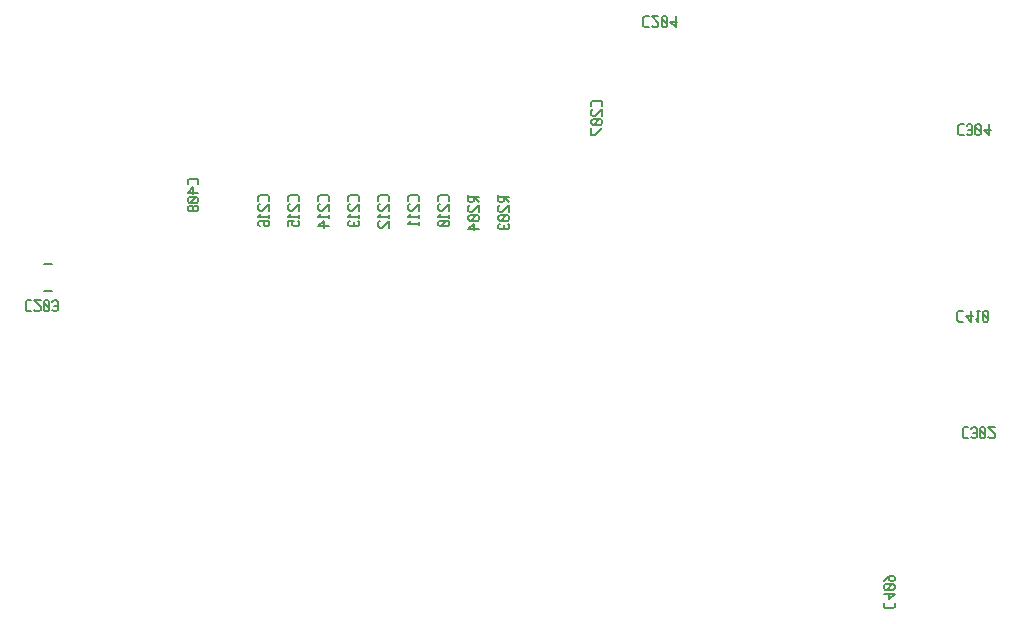
<source format=gbr>
G04 start of page 8 for group -4078 idx -4078 *
G04 Title: (unknown), bottomsilk *
G04 Creator: pcb 20110918 *
G04 CreationDate: Sun 30 Sep 2012 06:14:18 PM GMT UTC *
G04 For: ggallant *
G04 Format: Gerber/RS-274X *
G04 PCB-Dimensions: 372500 225000 *
G04 PCB-Coordinate-Origin: lower left *
%MOIN*%
%FSLAX25Y25*%
%LNBOTTOMSILK*%
%ADD84C,0.0080*%
G54D84*X49100Y126000D02*X51900D01*
X49100Y135000D02*X51900D01*
X355945Y80750D02*X357280D01*
X355500Y80305D02*X355945Y80750D01*
X355500Y77635D02*Y80305D01*
Y77635D02*X355945Y77190D01*
X357280D01*
X358348Y77635D02*X358793Y77190D01*
X359683D01*
X360128Y77635D01*
Y80305D01*
X359683Y80750D02*X360128Y80305D01*
X358793Y80750D02*X359683D01*
X358348Y80305D02*X358793Y80750D01*
Y78970D02*X360128D01*
X361196Y80305D02*X361641Y80750D01*
X361196Y77635D02*Y80305D01*
Y77635D02*X361641Y77190D01*
X362531D01*
X362976Y77635D01*
Y80305D01*
X362531Y80750D02*X362976Y80305D01*
X361641Y80750D02*X362531D01*
X361196Y79860D02*X362976Y78080D01*
X364044Y77635D02*X364489Y77190D01*
X365824D01*
X366269Y77635D01*
Y78525D01*
X364044Y80750D02*X366269Y78525D01*
X364044Y80750D02*X366269D01*
X354145Y119450D02*X355480D01*
X353700Y119005D02*X354145Y119450D01*
X353700Y116335D02*Y119005D01*
Y116335D02*X354145Y115890D01*
X355480D01*
X356548Y117670D02*X358328Y115890D01*
X356548Y117670D02*X358773D01*
X358328Y115890D02*Y119450D01*
X360286D02*X361176D01*
X360731Y115890D02*Y119450D01*
X359841Y116780D02*X360731Y115890D01*
X362244Y119005D02*X362689Y119450D01*
X362244Y116335D02*Y119005D01*
Y116335D02*X362689Y115890D01*
X363579D01*
X364024Y116335D01*
Y119005D01*
X363579Y119450D02*X364024Y119005D01*
X362689Y119450D02*X363579D01*
X362244Y118560D02*X364024Y116780D01*
X354445Y181750D02*X355780D01*
X354000Y181305D02*X354445Y181750D01*
X354000Y178635D02*Y181305D01*
Y178635D02*X354445Y178190D01*
X355780D01*
X356848Y178635D02*X357293Y178190D01*
X358183D01*
X358628Y178635D01*
Y181305D01*
X358183Y181750D02*X358628Y181305D01*
X357293Y181750D02*X358183D01*
X356848Y181305D02*X357293Y181750D01*
Y179970D02*X358628D01*
X359696Y181305D02*X360141Y181750D01*
X359696Y178635D02*Y181305D01*
Y178635D02*X360141Y178190D01*
X361031D01*
X361476Y178635D01*
Y181305D01*
X361031Y181750D02*X361476Y181305D01*
X360141Y181750D02*X361031D01*
X359696Y180860D02*X361476Y179080D01*
X362544Y179970D02*X364324Y178190D01*
X362544Y179970D02*X364769D01*
X364324Y178190D02*Y181750D01*
X249445Y217750D02*X250780D01*
X249000Y217305D02*X249445Y217750D01*
X249000Y214635D02*Y217305D01*
Y214635D02*X249445Y214190D01*
X250780D01*
X251848Y214635D02*X252293Y214190D01*
X253628D01*
X254073Y214635D01*
Y215525D01*
X251848Y217750D02*X254073Y215525D01*
X251848Y217750D02*X254073D01*
X255141Y217305D02*X255586Y217750D01*
X255141Y214635D02*Y217305D01*
Y214635D02*X255586Y214190D01*
X256476D01*
X256921Y214635D01*
Y217305D01*
X256476Y217750D02*X256921Y217305D01*
X255586Y217750D02*X256476D01*
X255141Y216860D02*X256921Y215080D01*
X257989Y215970D02*X259769Y214190D01*
X257989Y215970D02*X260214D01*
X259769Y214190D02*Y217750D01*
X235250Y187720D02*Y189055D01*
X234805Y189500D02*X235250Y189055D01*
X232135Y189500D02*X234805D01*
X232135D02*X231690Y189055D01*
Y187720D02*Y189055D01*
X232135Y186652D02*X231690Y186207D01*
Y184872D02*Y186207D01*
Y184872D02*X232135Y184427D01*
X233025D01*
X235250Y186652D02*X233025Y184427D01*
X235250D02*Y186652D01*
X234805Y183359D02*X235250Y182914D01*
X232135Y183359D02*X234805D01*
X232135D02*X231690Y182914D01*
Y182024D02*Y182914D01*
Y182024D02*X232135Y181579D01*
X234805D01*
X235250Y182024D02*X234805Y181579D01*
X235250Y182024D02*Y182914D01*
X234360Y183359D02*X232580Y181579D01*
X235250Y180511D02*X233025Y178286D01*
X231690D02*X233025D01*
X231690D02*Y180511D01*
X100750Y161720D02*Y163055D01*
X100305Y163500D02*X100750Y163055D01*
X97635Y163500D02*X100305D01*
X97635D02*X97190Y163055D01*
Y161720D02*Y163055D01*
X98970Y160652D02*X97190Y158872D01*
X98970Y158427D02*Y160652D01*
X97190Y158872D02*X100750D01*
X100305Y157359D02*X100750Y156914D01*
X97635Y157359D02*X100305D01*
X97635D02*X97190Y156914D01*
Y156024D02*Y156914D01*
Y156024D02*X97635Y155579D01*
X100305D01*
X100750Y156024D02*X100305Y155579D01*
X100750Y156024D02*Y156914D01*
X99860Y157359D02*X98080Y155579D01*
X100305Y154511D02*X100750Y154066D01*
X99415Y154511D02*X100305D01*
X99415D02*X98970Y154066D01*
Y153176D02*Y154066D01*
Y153176D02*X99415Y152731D01*
X100305D01*
X100750Y153176D02*X100305Y152731D01*
X100750Y153176D02*Y154066D01*
X98525Y154511D02*X98970Y154066D01*
X97635Y154511D02*X98525D01*
X97635D02*X97190Y154066D01*
Y153176D02*Y154066D01*
Y153176D02*X97635Y152731D01*
X98525D01*
X98970Y153176D02*X98525Y152731D01*
X144250Y156220D02*Y157555D01*
X143805Y158000D02*X144250Y157555D01*
X141135Y158000D02*X143805D01*
X141135D02*X140690Y157555D01*
Y156220D02*Y157555D01*
X141135Y155152D02*X140690Y154707D01*
Y153372D02*Y154707D01*
Y153372D02*X141135Y152927D01*
X142025D01*
X144250Y155152D02*X142025Y152927D01*
X144250D02*Y155152D01*
Y150524D02*Y151414D01*
X140690Y150969D02*X144250D01*
X141580Y151859D02*X140690Y150969D01*
X142470Y149456D02*X140690Y147676D01*
X142470Y147231D02*Y149456D01*
X140690Y147676D02*X144250D01*
X134250Y156220D02*Y157555D01*
X133805Y158000D02*X134250Y157555D01*
X131135Y158000D02*X133805D01*
X131135D02*X130690Y157555D01*
Y156220D02*Y157555D01*
X131135Y155152D02*X130690Y154707D01*
Y153372D02*Y154707D01*
Y153372D02*X131135Y152927D01*
X132025D01*
X134250Y155152D02*X132025Y152927D01*
X134250D02*Y155152D01*
Y150524D02*Y151414D01*
X130690Y150969D02*X134250D01*
X131580Y151859D02*X130690Y150969D01*
Y147676D02*Y149456D01*
X132470D01*
X132025Y149011D01*
Y148121D02*Y149011D01*
Y148121D02*X132470Y147676D01*
X133805D01*
X134250Y148121D02*X133805Y147676D01*
X134250Y148121D02*Y149011D01*
X133805Y149456D02*X134250Y149011D01*
X124250Y156220D02*Y157555D01*
X123805Y158000D02*X124250Y157555D01*
X121135Y158000D02*X123805D01*
X121135D02*X120690Y157555D01*
Y156220D02*Y157555D01*
X121135Y155152D02*X120690Y154707D01*
Y153372D02*Y154707D01*
Y153372D02*X121135Y152927D01*
X122025D01*
X124250Y155152D02*X122025Y152927D01*
X124250D02*Y155152D01*
Y150524D02*Y151414D01*
X120690Y150969D02*X124250D01*
X121580Y151859D02*X120690Y150969D01*
Y148121D02*X121135Y147676D01*
X120690Y148121D02*Y149011D01*
X121135Y149456D02*X120690Y149011D01*
X121135Y149456D02*X123805D01*
X124250Y149011D01*
X122470Y148121D02*X122915Y147676D01*
X122470Y148121D02*Y149456D01*
X124250Y148121D02*Y149011D01*
Y148121D02*X123805Y147676D01*
X122915D02*X123805D01*
X43545Y123050D02*X44880D01*
X43100Y122605D02*X43545Y123050D01*
X43100Y119935D02*Y122605D01*
Y119935D02*X43545Y119490D01*
X44880D01*
X45948Y119935D02*X46393Y119490D01*
X47728D01*
X48173Y119935D01*
Y120825D01*
X45948Y123050D02*X48173Y120825D01*
X45948Y123050D02*X48173D01*
X49241Y122605D02*X49686Y123050D01*
X49241Y119935D02*Y122605D01*
Y119935D02*X49686Y119490D01*
X50576D01*
X51021Y119935D01*
Y122605D01*
X50576Y123050D02*X51021Y122605D01*
X49686Y123050D02*X50576D01*
X49241Y122160D02*X51021Y120380D01*
X52089Y119935D02*X52534Y119490D01*
X53424D01*
X53869Y119935D01*
Y122605D01*
X53424Y123050D02*X53869Y122605D01*
X52534Y123050D02*X53424D01*
X52089Y122605D02*X52534Y123050D01*
Y121270D02*X53869D01*
X164250Y156220D02*Y157555D01*
X163805Y158000D02*X164250Y157555D01*
X161135Y158000D02*X163805D01*
X161135D02*X160690Y157555D01*
Y156220D02*Y157555D01*
X161135Y155152D02*X160690Y154707D01*
Y153372D02*Y154707D01*
Y153372D02*X161135Y152927D01*
X162025D01*
X164250Y155152D02*X162025Y152927D01*
X164250D02*Y155152D01*
Y150524D02*Y151414D01*
X160690Y150969D02*X164250D01*
X161580Y151859D02*X160690Y150969D01*
X161135Y149456D02*X160690Y149011D01*
Y147676D02*Y149011D01*
Y147676D02*X161135Y147231D01*
X162025D01*
X164250Y149456D02*X162025Y147231D01*
X164250D02*Y149456D01*
X154250Y156220D02*Y157555D01*
X153805Y158000D02*X154250Y157555D01*
X151135Y158000D02*X153805D01*
X151135D02*X150690Y157555D01*
Y156220D02*Y157555D01*
X151135Y155152D02*X150690Y154707D01*
Y153372D02*Y154707D01*
Y153372D02*X151135Y152927D01*
X152025D01*
X154250Y155152D02*X152025Y152927D01*
X154250D02*Y155152D01*
Y150524D02*Y151414D01*
X150690Y150969D02*X154250D01*
X151580Y151859D02*X150690Y150969D01*
X151135Y149456D02*X150690Y149011D01*
Y148121D02*Y149011D01*
Y148121D02*X151135Y147676D01*
X153805D01*
X154250Y148121D02*X153805Y147676D01*
X154250Y148121D02*Y149011D01*
X153805Y149456D02*X154250Y149011D01*
X152470Y147676D02*Y149011D01*
X184250Y156220D02*Y157555D01*
X183805Y158000D02*X184250Y157555D01*
X181135Y158000D02*X183805D01*
X181135D02*X180690Y157555D01*
Y156220D02*Y157555D01*
X181135Y155152D02*X180690Y154707D01*
Y153372D02*Y154707D01*
Y153372D02*X181135Y152927D01*
X182025D01*
X184250Y155152D02*X182025Y152927D01*
X184250D02*Y155152D01*
Y150524D02*Y151414D01*
X180690Y150969D02*X184250D01*
X181580Y151859D02*X180690Y150969D01*
X183805Y149456D02*X184250Y149011D01*
X181135Y149456D02*X183805D01*
X181135D02*X180690Y149011D01*
Y148121D02*Y149011D01*
Y148121D02*X181135Y147676D01*
X183805D01*
X184250Y148121D02*X183805Y147676D01*
X184250Y148121D02*Y149011D01*
X183360Y149456D02*X181580Y147676D01*
X174250Y156220D02*Y157555D01*
X173805Y158000D02*X174250Y157555D01*
X171135Y158000D02*X173805D01*
X171135D02*X170690Y157555D01*
Y156220D02*Y157555D01*
X171135Y155152D02*X170690Y154707D01*
Y153372D02*Y154707D01*
Y153372D02*X171135Y152927D01*
X172025D01*
X174250Y155152D02*X172025Y152927D01*
X174250D02*Y155152D01*
Y150524D02*Y151414D01*
X170690Y150969D02*X174250D01*
X171580Y151859D02*X170690Y150969D01*
X174250Y148121D02*Y149011D01*
X170690Y148566D02*X174250D01*
X171580Y149456D02*X170690Y148566D01*
X190690Y156220D02*Y158000D01*
Y156220D02*X191135Y155775D01*
X192025D01*
X192470Y156220D02*X192025Y155775D01*
X192470Y156220D02*Y157555D01*
X190690D02*X194250D01*
X192470D02*X194250Y155775D01*
X191135Y154707D02*X190690Y154262D01*
Y152927D02*Y154262D01*
Y152927D02*X191135Y152482D01*
X192025D01*
X194250Y154707D02*X192025Y152482D01*
X194250D02*Y154707D01*
X193805Y151414D02*X194250Y150969D01*
X191135Y151414D02*X193805D01*
X191135D02*X190690Y150969D01*
Y150079D02*Y150969D01*
Y150079D02*X191135Y149634D01*
X193805D01*
X194250Y150079D02*X193805Y149634D01*
X194250Y150079D02*Y150969D01*
X193360Y151414D02*X191580Y149634D01*
X192470Y148566D02*X190690Y146786D01*
X192470Y146341D02*Y148566D01*
X190690Y146786D02*X194250D01*
X200690Y156220D02*Y158000D01*
Y156220D02*X201135Y155775D01*
X202025D01*
X202470Y156220D02*X202025Y155775D01*
X202470Y156220D02*Y157555D01*
X200690D02*X204250D01*
X202470D02*X204250Y155775D01*
X201135Y154707D02*X200690Y154262D01*
Y152927D02*Y154262D01*
Y152927D02*X201135Y152482D01*
X202025D01*
X204250Y154707D02*X202025Y152482D01*
X204250D02*Y154707D01*
X203805Y151414D02*X204250Y150969D01*
X201135Y151414D02*X203805D01*
X201135D02*X200690Y150969D01*
Y150079D02*Y150969D01*
Y150079D02*X201135Y149634D01*
X203805D01*
X204250Y150079D02*X203805Y149634D01*
X204250Y150079D02*Y150969D01*
X203360Y151414D02*X201580Y149634D01*
X201135Y148566D02*X200690Y148121D01*
Y147231D02*Y148121D01*
Y147231D02*X201135Y146786D01*
X203805D01*
X204250Y147231D02*X203805Y146786D01*
X204250Y147231D02*Y148121D01*
X203805Y148566D02*X204250Y148121D01*
X202470Y146786D02*Y148121D01*
X329250Y20945D02*Y22280D01*
X329695Y20500D02*X329250Y20945D01*
X329695Y20500D02*X332365D01*
X332810Y20945D01*
Y22280D01*
X331030Y23348D02*X332810Y25128D01*
X331030Y23348D02*Y25573D01*
X329250Y25128D02*X332810D01*
X329695Y26641D02*X329250Y27086D01*
X329695Y26641D02*X332365D01*
X332810Y27086D01*
Y27976D01*
X332365Y28421D01*
X329695D02*X332365D01*
X329250Y27976D02*X329695Y28421D01*
X329250Y27086D02*Y27976D01*
X330140Y26641D02*X331920Y28421D01*
X329250Y29489D02*X331030Y31269D01*
X332365D01*
X332810Y30824D02*X332365Y31269D01*
X332810Y29934D02*Y30824D01*
X332365Y29489D02*X332810Y29934D01*
X331475Y29489D02*X332365D01*
X331475D02*X331030Y29934D01*
Y31269D01*
M02*

</source>
